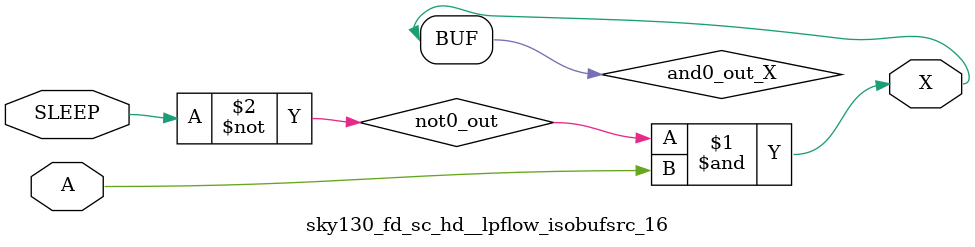
<source format=v>
/*
 * Copyright 2020 The SkyWater PDK Authors
 *
 * Licensed under the Apache License, Version 2.0 (the "License");
 * you may not use this file except in compliance with the License.
 * You may obtain a copy of the License at
 *
 *     https://www.apache.org/licenses/LICENSE-2.0
 *
 * Unless required by applicable law or agreed to in writing, software
 * distributed under the License is distributed on an "AS IS" BASIS,
 * WITHOUT WARRANTIES OR CONDITIONS OF ANY KIND, either express or implied.
 * See the License for the specific language governing permissions and
 * limitations under the License.
 *
 * SPDX-License-Identifier: Apache-2.0
*/


`ifndef SKY130_FD_SC_HD__LPFLOW_ISOBUFSRC_16_FUNCTIONAL_V
`define SKY130_FD_SC_HD__LPFLOW_ISOBUFSRC_16_FUNCTIONAL_V

/**
 * lpflow_isobufsrc: Input isolation, noninverted sleep.
 *
 *                   X = (!A | SLEEP)
 *
 * Verilog simulation functional model.
 */

`timescale 1ns / 1ps
`default_nettype none

`celldefine
module sky130_fd_sc_hd__lpflow_isobufsrc_16 (
    X    ,
    SLEEP,
    A
);

    // Module ports
    output X    ;
    input  SLEEP;
    input  A    ;

    // Local signals
    wire not0_out  ;
    wire and0_out_X;

    //  Name  Output      Other arguments
    not not0 (not0_out  , SLEEP          );
    and and0 (and0_out_X, not0_out, A    );
    buf buf0 (X         , and0_out_X     );

endmodule
`endcelldefine

`default_nettype wire
`endif  // SKY130_FD_SC_HD__LPFLOW_ISOBUFSRC_16_FUNCTIONAL_V

</source>
